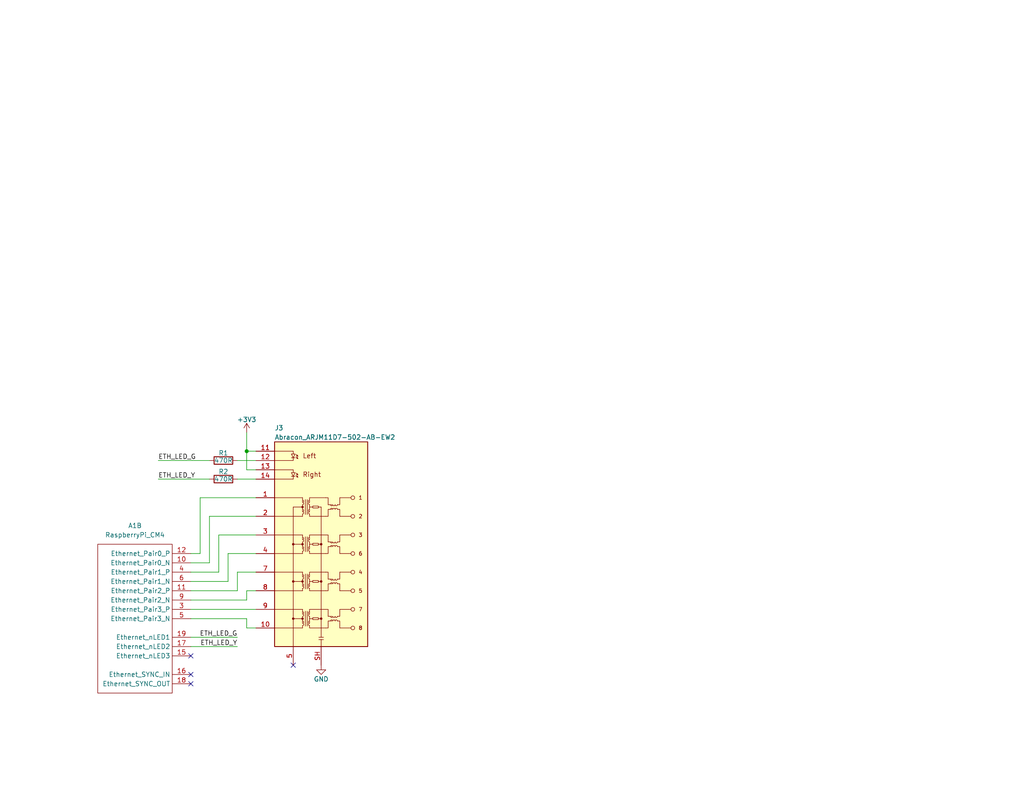
<source format=kicad_sch>
(kicad_sch (version 20211123) (generator eeschema)
  (paper "USLetter")
  (title_block (title "1240-Pi ROM Pack") (date "2022-05-21") (rev "1.0") (company "© 2022 Sam Hanes, licensed under CERN-OHL-S v2+") (comment 1 "https://github.com/Elemecca/1240pi"))
  (lib_symbols
    (symbol "0Local:Abracon_ARJM11D7-502-AB-EW2" (pin_names hide)
      (property "Reference" "J" (at 10.16 22.86 0))
      (property "Value" "Abracon_ARJM11D7-502-AB-EW2" (at 0 27.94 0))
      (symbol "Abracon_ARJM11D7-502-AB-EW2_0_0"
        (text "1" (at 10.16 10.16 0) (effects (font (size 1.016 1.016)) (justify left)))
        (text "2" (at 10.16 5.08 0) (effects (font (size 1.016 1.016)) (justify left)))
        (text "3" (at 10.16 0 0) (effects (font (size 1.016 1.016)) (justify left)))
        (text "4" (at 10.16 -10.16 0) (effects (font (size 1.016 1.016)) (justify left)))
        (text "5" (at 10.16 -15.24 0) (effects (font (size 1.016 1.016)) (justify left)))
        (text "6" (at 10.16 -5.08 0) (effects (font (size 1.016 1.016)) (justify left)))
        (text "7" (at 10.16 -20.32 0) (effects (font (size 1.016 1.016)) (justify left)))
        (text "8" (at 10.16 -25.4 0) (effects (font (size 1.016 1.016)) (justify left)))
        (text "Left" (at -5.08 21.59 0) (effects (font (size 1.27 1.27)) (justify left)))
        (text "Right" (at -5.08 16.51 0) (effects (font (size 1.27 1.27)) (justify left)))
      )
      (symbol "Abracon_ARJM11D7-502-AB-EW2_0_1"
        (rectangle (start -12.7 25.4) (end 12.7 -30.48) (stroke (width 0.254)) (fill (type background)))
        (circle (center -7.62 -22.86) (radius 0.254) (fill (type outline)))
        (circle (center -7.62 -12.7) (radius 0.254) (fill (type outline)))
        (circle (center -7.62 -2.54) (radius 0.254) (fill (type outline)))
        (circle (center -5.1054 -23.7998) (radius 0.0508) (fill (type outline)))
        (circle (center -5.1054 -21.2598) (radius 0.0508) (fill (type outline)))
        (circle (center -5.1054 -13.6398) (radius 0.0508) (fill (type outline)))
        (circle (center -5.1054 -11.0998) (radius 0.0508) (fill (type outline)))
        (circle (center -5.1054 -3.4798) (radius 0.0508) (fill (type outline)))
        (circle (center -5.1054 -0.9398) (radius 0.0508) (fill (type outline)))
        (circle (center -5.1054 6.6802) (radius 0.0508) (fill (type outline)))
        (circle (center -5.1054 9.2202) (radius 0.0508) (fill (type outline)))
        (arc (start -5.08 -24.765) (mid -4.7749 -24.4475) (end -5.08 -24.13))
        (arc (start -5.08 -24.13) (mid -4.7749 -23.8125) (end -5.08 -23.495))
        (circle (center -5.08 -22.86) (radius 0.254) (fill (type outline)))
        (arc (start -5.08 -22.225) (mid -4.7749 -21.9075) (end -5.08 -21.59))
        (arc (start -5.08 -21.59) (mid -4.7749 -21.2725) (end -5.08 -20.955))
        (arc (start -5.08 -14.605) (mid -4.7749 -14.2875) (end -5.08 -13.97))
        (arc (start -5.08 -13.97) (mid -4.7749 -13.6525) (end -5.08 -13.335))
        (circle (center -5.08 -12.7) (radius 0.254) (fill (type outline)))
        (arc (start -5.08 -12.065) (mid -4.7749 -11.7475) (end -5.08 -11.43))
        (arc (start -5.08 -11.43) (mid -4.7749 -11.1125) (end -5.08 -10.795))
        (arc (start -5.08 -4.445) (mid -4.7749 -4.1275) (end -5.08 -3.81))
        (arc (start -5.08 -3.81) (mid -4.7749 -3.4925) (end -5.08 -3.175))
        (circle (center -5.08 -2.54) (radius 0.254) (fill (type outline)))
        (arc (start -5.08 -1.905) (mid -4.7749 -1.5875) (end -5.08 -1.27))
        (arc (start -5.08 -1.27) (mid -4.7749 -0.9525) (end -5.08 -0.635))
        (arc (start -5.08 5.715) (mid -4.7749 6.0325) (end -5.08 6.35))
        (arc (start -5.08 6.35) (mid -4.7749 6.6675) (end -5.08 6.985))
        (circle (center -5.08 7.62) (radius 0.254) (fill (type outline)))
        (arc (start -5.08 8.255) (mid -4.7749 8.5725) (end -5.08 8.89))
        (arc (start -5.08 8.89) (mid -4.7749 9.2075) (end -5.08 9.525))
        (arc (start -3.175 -24.13) (mid -3.4801 -24.4475) (end -3.175 -24.765))
        (arc (start -3.175 -23.495) (mid -3.4801 -23.8125) (end -3.175 -24.13))
        (arc (start -3.175 -21.59) (mid -3.4801 -21.9075) (end -3.175 -22.225))
        (arc (start -3.175 -20.955) (mid -3.4801 -21.2725) (end -3.175 -21.59))
        (arc (start -3.175 -13.97) (mid -3.4801 -14.2875) (end -3.175 -14.605))
        (arc (start -3.175 -13.335) (mid -3.4801 -13.6525) (end -3.175 -13.97))
        (arc (start -3.175 -11.43) (mid -3.4801 -11.7475) (end -3.175 -12.065))
        (arc (start -3.175 -10.795) (mid -3.4801 -11.1125) (end -3.175 -11.43))
        (arc (start -3.175 -3.81) (mid -3.4801 -4.1275) (end -3.175 -4.445))
        (arc (start -3.175 -3.175) (mid -3.4801 -3.4925) (end -3.175 -3.81))
        (arc (start -3.175 -1.27) (mid -3.4801 -1.5875) (end -3.175 -1.905))
        (arc (start -3.175 -0.635) (mid -3.4801 -0.9525) (end -3.175 -1.27))
        (arc (start -3.175 6.35) (mid -3.4801 6.0325) (end -3.175 5.715))
        (arc (start -3.175 6.985) (mid -3.4801 6.6675) (end -3.175 6.35))
        (arc (start -3.175 8.89) (mid -3.4801 8.5725) (end -3.175 8.255))
        (arc (start -3.175 9.525) (mid -3.4801 9.2075) (end -3.175 8.89))
        (circle (center -3.1496 -23.7998) (radius 0.0508) (fill (type outline)))
        (circle (center -3.1496 -21.2598) (radius 0.0508) (fill (type outline)))
        (circle (center -3.1496 -13.6398) (radius 0.0508) (fill (type outline)))
        (circle (center -3.1496 -11.0998) (radius 0.0508) (fill (type outline)))
        (circle (center -3.1496 -3.4798) (radius 0.0508) (fill (type outline)))
        (circle (center -3.1496 -0.9398) (radius 0.0508) (fill (type outline)))
        (circle (center -3.1496 6.6802) (radius 0.0508) (fill (type outline)))
        (circle (center -3.1496 9.2202) (radius 0.0508) (fill (type outline)))
        (rectangle (start -2.286 -22.606) (end -0.762 -23.114))
        (rectangle (start -2.286 -12.446) (end -0.762 -12.954))
        (rectangle (start -2.286 -2.286) (end -0.762 -2.794))
        (rectangle (start -2.286 7.874) (end -0.762 7.366))
        (circle (center 0 -22.86) (radius 0.254) (fill (type outline)))
        (circle (center 0 -12.7) (radius 0.254) (fill (type outline)))
        (circle (center 0 -2.54) (radius 0.254) (fill (type outline)))
        (polyline (pts (xy -12.7 -25.4) (xy -5.08 -25.4)))
        (polyline (pts (xy -12.7 -20.32) (xy -5.08 -20.32)))
        (polyline (pts (xy -12.7 -15.24) (xy -5.08 -15.24)))
        (polyline (pts (xy -12.7 -10.16) (xy -5.08 -10.16)))
        (polyline (pts (xy -12.7 -5.08) (xy -5.08 -5.08)))
        (polyline (pts (xy -12.7 0) (xy -5.08 0)))
        (polyline (pts (xy -12.7 5.08) (xy -5.08 5.08)))
        (polyline (pts (xy -12.7 10.16) (xy -5.08 10.16)))
        (polyline (pts (xy -7.62 -22.86) (xy -5.08 -22.86)))
        (polyline (pts (xy -7.62 -12.7) (xy -5.08 -12.7)))
        (polyline (pts (xy -7.62 -2.54) (xy -5.08 -2.54)))
        (polyline (pts (xy -7.62 7.62) (xy -7.62 -30.48)))
        (polyline (pts (xy -7.62 7.62) (xy -5.08 7.62)))
        (polyline (pts (xy -5.08 -25.4) (xy -5.08 -24.765)))
        (polyline (pts (xy -5.08 -22.86) (xy -5.08 -23.495)))
        (polyline (pts (xy -5.08 -22.86) (xy -5.08 -22.225)))
        (polyline (pts (xy -5.08 -20.32) (xy -5.08 -20.955)))
        (polyline (pts (xy -5.08 -15.24) (xy -5.08 -14.605)))
        (polyline (pts (xy -5.08 -12.7) (xy -5.08 -13.335)))
        (polyline (pts (xy -5.08 -12.7) (xy -5.08 -12.065)))
        (polyline (pts (xy -5.08 -10.16) (xy -5.08 -10.795)))
        (polyline (pts (xy -5.08 -5.08) (xy -5.08 -4.445)))
        (polyline (pts (xy -5.08 -2.54) (xy -5.08 -3.175)))
        (polyline (pts (xy -5.08 -2.54) (xy -5.08 -1.905)))
        (polyline (pts (xy -5.08 0) (xy -5.08 -0.635)))
        (polyline (pts (xy -5.08 5.08) (xy -5.08 5.715)))
        (polyline (pts (xy -5.08 7.62) (xy -5.08 6.985)))
        (polyline (pts (xy -5.08 7.62) (xy -5.08 8.255)))
        (polyline (pts (xy -5.08 10.16) (xy -5.08 9.525)))
        (polyline (pts (xy -4.318 -24.892) (xy -4.318 -20.828)))
        (polyline (pts (xy -4.318 -14.732) (xy -4.318 -10.668)))
        (polyline (pts (xy -4.318 -4.572) (xy -4.318 -0.508)))
        (polyline (pts (xy -4.318 5.588) (xy -4.318 9.652)))
        (polyline (pts (xy -3.81 -24.892) (xy -3.81 -20.828)))
        (polyline (pts (xy -3.81 -14.732) (xy -3.81 -10.668)))
        (polyline (pts (xy -3.81 -4.572) (xy -3.81 -0.508)))
        (polyline (pts (xy -3.81 5.588) (xy -3.81 9.652)))
        (polyline (pts (xy -3.175 -23.495) (xy -3.175 -22.225)))
        (polyline (pts (xy -3.175 -22.86) (xy -2.286 -22.86)))
        (polyline (pts (xy -3.175 -13.335) (xy -3.175 -12.065)))
        (polyline (pts (xy -3.175 -12.7) (xy -2.286 -12.7)))
        (polyline (pts (xy -3.175 -3.175) (xy -3.175 -1.905)))
        (polyline (pts (xy -3.175 -2.54) (xy -2.286 -2.54)))
        (polyline (pts (xy -3.175 6.985) (xy -3.175 8.255)))
        (polyline (pts (xy -3.175 7.62) (xy -2.286 7.62)))
        (polyline (pts (xy -0.762 -22.86) (xy 0 -22.86)))
        (polyline (pts (xy -0.762 -12.7) (xy 0 -12.7)))
        (polyline (pts (xy -0.762 -2.54) (xy 0 -2.54)))
        (polyline (pts (xy -0.762 7.62) (xy 0 7.62)))
        (polyline (pts (xy -0.635 -27.94) (xy 0.635 -27.94)))
        (polyline (pts (xy 0 -30.48) (xy 0 -28.575)))
        (polyline (pts (xy 0 -28.575) (xy -0.635 -28.575)))
        (polyline (pts (xy 0 -28.575) (xy 0.635 -28.575)))
        (polyline (pts (xy 0 -27.94) (xy 0 7.62)))
        (polyline (pts (xy 1.905 -22.225) (xy 2.54 -22.225)))
        (polyline (pts (xy 1.905 -12.065) (xy 2.54 -12.065)))
        (polyline (pts (xy 1.905 -1.905) (xy 2.54 -1.905)))
        (polyline (pts (xy 1.905 8.255) (xy 2.54 8.255)))
        (polyline (pts (xy 5.08 -25.4) (xy 8.128 -25.4)))
        (polyline (pts (xy 5.08 -20.32) (xy 8.128 -20.32)))
        (polyline (pts (xy 5.08 -15.24) (xy 8.128 -15.24)))
        (polyline (pts (xy 5.08 -10.16) (xy 8.128 -10.16)))
        (polyline (pts (xy 5.08 -5.08) (xy 8.128 -5.08)))
        (polyline (pts (xy 5.08 0) (xy 8.128 0)))
        (polyline (pts (xy 5.08 5.08) (xy 8.128 5.08)))
        (polyline (pts (xy 5.08 10.16) (xy 8.128 10.16)))
        (polyline (pts (xy -3.175 -24.765) (xy -3.175 -25.4) (xy 1.27 -25.4)))
        (polyline (pts (xy -3.175 -20.955) (xy -3.175 -20.32) (xy 1.27 -20.32)))
        (polyline (pts (xy -3.175 -14.605) (xy -3.175 -15.24) (xy 1.27 -15.24)))
        (polyline (pts (xy -3.175 -10.795) (xy -3.175 -10.16) (xy 1.27 -10.16)))
        (polyline (pts (xy -3.175 -4.445) (xy -3.175 -5.08) (xy 1.27 -5.08)))
        (polyline (pts (xy -3.175 -0.635) (xy -3.175 0) (xy 1.27 0)))
        (polyline (pts (xy -3.175 5.715) (xy -3.175 5.08) (xy 1.27 5.08)))
        (polyline (pts (xy -3.175 9.525) (xy -3.175 10.16) (xy 1.27 10.16)))
        (polyline (pts (xy 1.27 -20.32) (xy 1.905 -20.32) (xy 1.905 -22.225)))
        (polyline (pts (xy 1.27 -10.16) (xy 1.905 -10.16) (xy 1.905 -12.065)))
        (polyline (pts (xy 1.27 0) (xy 1.905 0) (xy 1.905 -1.905)))
        (polyline (pts (xy 1.27 10.16) (xy 1.905 10.16) (xy 1.905 8.255)))
        (polyline (pts (xy 4.445 -23.495) (xy 5.08 -23.495) (xy 5.08 -25.4)))
        (polyline (pts (xy 4.445 -22.225) (xy 5.08 -22.225) (xy 5.08 -20.32)))
        (polyline (pts (xy 4.445 -13.335) (xy 5.08 -13.335) (xy 5.08 -15.24)))
        (polyline (pts (xy 4.445 -12.065) (xy 5.08 -12.065) (xy 5.08 -10.16)))
        (polyline (pts (xy 4.445 -3.175) (xy 5.08 -3.175) (xy 5.08 -5.08)))
        (polyline (pts (xy 4.445 -1.905) (xy 5.08 -1.905) (xy 5.08 0)))
        (polyline (pts (xy 4.445 6.985) (xy 5.08 6.985) (xy 5.08 5.08)))
        (polyline (pts (xy 4.445 8.255) (xy 5.08 8.255) (xy 5.08 10.16)))
        (polyline (pts (xy 1.27 -25.4) (xy 1.905 -25.4) (xy 1.905 -23.495) (xy 2.54 -23.495)))
        (polyline (pts (xy 1.27 -15.24) (xy 1.905 -15.24) (xy 1.905 -13.335) (xy 2.54 -13.335)))
        (polyline (pts (xy 1.27 -5.08) (xy 1.905 -5.08) (xy 1.905 -3.175) (xy 2.54 -3.175)))
        (polyline (pts (xy 1.27 5.08) (xy 1.905 5.08) (xy 1.905 6.985) (xy 2.54 6.985)))
        (arc (start 2.54 -22.225) (mid 2.8575 -22.5301) (end 3.175 -22.225))
        (arc (start 2.54 -12.065) (mid 2.8575 -12.3701) (end 3.175 -12.065))
        (arc (start 2.54 -1.905) (mid 2.8575 -2.2101) (end 3.175 -1.905))
        (arc (start 2.54 8.255) (mid 2.8575 7.9499) (end 3.175 8.255))
        (circle (center 2.8448 -23.495) (radius 0.0508) (fill (type outline)))
        (circle (center 2.8448 -22.225) (radius 0.0508) (fill (type outline)))
        (circle (center 2.8448 -13.335) (radius 0.0508) (fill (type outline)))
        (circle (center 2.8448 -12.065) (radius 0.0508) (fill (type outline)))
        (circle (center 2.8448 -3.175) (radius 0.0508) (fill (type outline)))
        (circle (center 2.8448 -1.905) (radius 0.0508) (fill (type outline)))
        (circle (center 2.8448 6.985) (radius 0.0508) (fill (type outline)))
        (circle (center 2.8448 8.255) (radius 0.0508) (fill (type outline)))
        (arc (start 3.175 -23.495) (mid 2.8575 -23.1899) (end 2.54 -23.495))
        (arc (start 3.175 -22.225) (mid 3.4925 -22.5301) (end 3.81 -22.225))
        (arc (start 3.175 -13.335) (mid 2.8575 -13.0299) (end 2.54 -13.335))
        (arc (start 3.175 -12.065) (mid 3.4925 -12.3701) (end 3.81 -12.065))
        (arc (start 3.175 -3.175) (mid 2.8575 -2.8699) (end 2.54 -3.175))
        (arc (start 3.175 -1.905) (mid 3.4925 -2.2101) (end 3.81 -1.905))
        (arc (start 3.175 6.985) (mid 2.8575 7.2901) (end 2.54 6.985))
        (arc (start 3.175 8.255) (mid 3.4925 7.9499) (end 3.81 8.255))
        (arc (start 3.81 -23.495) (mid 3.4925 -23.1899) (end 3.175 -23.495))
        (arc (start 3.81 -22.225) (mid 4.1275 -22.5301) (end 4.445 -22.225))
        (arc (start 3.81 -13.335) (mid 3.4925 -13.0299) (end 3.175 -13.335))
        (arc (start 3.81 -12.065) (mid 4.1275 -12.3701) (end 4.445 -12.065))
        (arc (start 3.81 -3.175) (mid 3.4925 -2.8699) (end 3.175 -3.175))
        (arc (start 3.81 -1.905) (mid 4.1275 -2.2101) (end 4.445 -1.905))
        (arc (start 3.81 6.985) (mid 3.4925 7.2901) (end 3.175 6.985))
        (arc (start 3.81 8.255) (mid 4.1275 7.9499) (end 4.445 8.255))
        (arc (start 4.445 -23.495) (mid 4.1275 -23.1899) (end 3.81 -23.495))
        (arc (start 4.445 -13.335) (mid 4.1275 -13.0299) (end 3.81 -13.335))
        (arc (start 4.445 -3.175) (mid 4.1275 -2.8699) (end 3.81 -3.175))
        (arc (start 4.445 6.985) (mid 4.1275 7.2901) (end 3.81 6.985))
        (circle (center 8.636 -25.4) (radius 0.508))
        (circle (center 8.636 -20.32) (radius 0.508))
        (circle (center 8.636 -15.24) (radius 0.508))
        (circle (center 8.636 -10.16) (radius 0.508))
        (circle (center 8.636 -5.08) (radius 0.508))
        (circle (center 8.636 0) (radius 0.508))
        (circle (center 8.636 5.08) (radius 0.508))
        (circle (center 8.636 10.16) (radius 0.508))
      )
      (symbol "Abracon_ARJM11D7-502-AB-EW2_1_1"
        (polyline (pts (xy -12.7 15.24) (xy -7.62 15.24)))
        (polyline (pts (xy -12.7 17.78) (xy -7.62 17.78)))
        (polyline (pts (xy -12.7 20.32) (xy -7.62 20.32)))
        (polyline (pts (xy -12.7 22.86) (xy -7.62 22.86)))
        (polyline (pts (xy -8.128 16.002) (xy -7.112 16.002)))
        (polyline (pts (xy -8.128 21.082) (xy -7.112 21.082)))
        (polyline (pts (xy -7.62 15.24) (xy -7.62 16.002)))
        (polyline (pts (xy -7.62 17.78) (xy -7.62 17.018)))
        (polyline (pts (xy -7.62 20.32) (xy -7.62 21.082)))
        (polyline (pts (xy -7.62 22.86) (xy -7.62 22.098)))
        (polyline (pts (xy -6.35 15.748) (xy -6.477 16.129)))
        (polyline (pts (xy -6.35 16.383) (xy -6.477 16.764)))
        (polyline (pts (xy -6.35 20.828) (xy -6.477 21.209)))
        (polyline (pts (xy -6.35 21.463) (xy -6.477 21.844)))
        (polyline (pts (xy -6.858 16.256) (xy -6.35 15.748) (xy -6.731 15.875)))
        (polyline (pts (xy -6.858 16.891) (xy -6.35 16.383) (xy -6.731 16.51)))
        (polyline (pts (xy -6.858 21.336) (xy -6.35 20.828) (xy -6.731 20.955)))
        (polyline (pts (xy -6.858 21.971) (xy -6.35 21.463) (xy -6.731 21.59)))
        (polyline (pts (xy -7.62 16.002) (xy -8.128 17.018) (xy -7.112 17.018) (xy -7.62 16.002)))
        (polyline (pts (xy -7.62 21.082) (xy -8.128 22.098) (xy -7.112 22.098) (xy -7.62 21.082)))
        (pin passive line (at -17.78 10.16 0) (length 5.08) (name "TD2+") (number "1"))
        (pin passive line (at -17.78 -25.4 0) (length 5.08) (name "TD4-") (number "10"))
        (pin passive line (at -17.78 22.86 0) (length 5.08) (name "LED1+") (number "11"))
        (pin passive line (at -17.78 20.32 0) (length 5.08) (name "LED1-") (number "12"))
        (pin passive line (at -17.78 17.78 0) (length 5.08) (name "LED2+") (number "13"))
        (pin passive line (at -17.78 15.24 0) (length 5.08) (name "LED2-") (number "14"))
        (pin passive line (at -17.78 5.08 0) (length 5.08) (name "TD2-") (number "2"))
        (pin passive line (at -17.78 0 0) (length 5.08) (name "TD2+") (number "3"))
        (pin passive line (at -17.78 -5.08 0) (length 5.08) (name "TD2-") (number "4"))
        (pin passive line (at -7.62 -35.56 90) (length 5.08) (name "CT") (number "5"))
        (pin passive line (at -7.62 -35.56 90) (length 5.08) hide (name "CT") (number "6"))
        (pin passive line (at -17.78 -10.16 0) (length 5.08) (name "TD3+") (number "7"))
        (pin passive line (at -17.78 -15.24 0) (length 5.08) (name "TD3-") (number "8"))
        (pin passive line (at -17.78 -20.32 0) (length 5.08) (name "TD4+") (number "9"))
        (pin passive line (at 0 -35.56 90) (length 5.08) (name "SH") (number "SH"))
      )
    )
    (symbol "0Local:RaspberryPi_CM4"
      (symbol "RaspberryPi_CM4_1_1"
        (rectangle (start -24.13 -12.7) (end 1.27 -38.1))
        (pin power_in line (at -29.21 -35.56 0) (length 5.08) (name "GND") (number "1"))
        (pin output line (at 6.35 -27.94 180) (length 5.08) (name "nEXTRST") (number "100"))
        (pin power_in line (at -29.21 -35.56 0) (length 5.08) hide (name "GND") (number "107"))
        (pin power_in line (at -29.21 -35.56 0) (length 5.08) hide (name "GND") (number "108"))
        (pin power_in line (at -29.21 -35.56 0) (length 5.08) hide (name "GND") (number "113"))
        (pin power_in line (at -29.21 -35.56 0) (length 5.08) hide (name "GND") (number "114"))
        (pin power_in line (at -29.21 -35.56 0) (length 5.08) hide (name "GND") (number "119"))
        (pin power_in line (at -29.21 -35.56 0) (length 5.08) hide (name "GND") (number "120"))
        (pin power_in line (at -29.21 -35.56 0) (length 5.08) hide (name "GND") (number "125"))
        (pin power_in line (at -29.21 -35.56 0) (length 5.08) hide (name "GND") (number "126"))
        (pin power_in line (at -29.21 -35.56 0) (length 5.08) hide (name "GND") (number "13"))
        (pin power_in line (at -29.21 -35.56 0) (length 5.08) hide (name "GND") (number "131"))
        (pin power_in line (at -29.21 -35.56 0) (length 5.08) hide (name "GND") (number "132"))
        (pin power_in line (at -29.21 -35.56 0) (length 5.08) hide (name "GND") (number "137"))
        (pin power_in line (at -29.21 -35.56 0) (length 5.08) hide (name "GND") (number "138"))
        (pin power_in line (at -29.21 -35.56 0) (length 5.08) hide (name "GND") (number "14"))
        (pin power_in line (at -29.21 -35.56 0) (length 5.08) hide (name "GND") (number "144"))
        (pin power_in line (at -29.21 -35.56 0) (length 5.08) hide (name "GND") (number "150"))
        (pin power_in line (at -29.21 -35.56 0) (length 5.08) hide (name "GND") (number "155"))
        (pin power_in line (at -29.21 -35.56 0) (length 5.08) hide (name "GND") (number "156"))
        (pin power_in line (at -29.21 -35.56 0) (length 5.08) hide (name "GND") (number "161"))
        (pin power_in line (at -29.21 -35.56 0) (length 5.08) hide (name "GND") (number "162"))
        (pin power_in line (at -29.21 -35.56 0) (length 5.08) hide (name "GND") (number "167"))
        (pin power_in line (at -29.21 -35.56 0) (length 5.08) hide (name "GND") (number "168"))
        (pin power_in line (at -29.21 -35.56 0) (length 5.08) hide (name "GND") (number "173"))
        (pin power_in line (at -29.21 -35.56 0) (length 5.08) hide (name "GND") (number "174"))
        (pin power_in line (at -29.21 -35.56 0) (length 5.08) hide (name "GND") (number "179"))
        (pin power_in line (at -29.21 -35.56 0) (length 5.08) hide (name "GND") (number "180"))
        (pin power_in line (at -29.21 -35.56 0) (length 5.08) hide (name "GND") (number "185"))
        (pin power_in line (at -29.21 -35.56 0) (length 5.08) hide (name "GND") (number "186"))
        (pin power_in line (at -29.21 -35.56 0) (length 5.08) hide (name "GND") (number "191"))
        (pin power_in line (at -29.21 -35.56 0) (length 5.08) hide (name "GND") (number "192"))
        (pin power_in line (at -29.21 -35.56 0) (length 5.08) hide (name "GND") (number "197"))
        (pin power_in line (at -29.21 -35.56 0) (length 5.08) hide (name "GND") (number "198"))
        (pin power_in line (at -29.21 -35.56 0) (length 5.08) hide (name "GND") (number "2"))
        (pin input line (at -29.21 -30.48 0) (length 5.08) (name "EEPROM_nWP") (number "20"))
        (pin output line (at 6.35 -35.56 180) (length 5.08) (name "Pi_nLED_Activity") (number "21"))
        (pin power_in line (at -29.21 -35.56 0) (length 5.08) hide (name "GND") (number "22"))
        (pin power_in line (at -29.21 -35.56 0) (length 5.08) hide (name "GND") (number "23"))
        (pin power_in line (at -29.21 -35.56 0) (length 5.08) hide (name "GND") (number "32"))
        (pin power_in line (at -29.21 -35.56 0) (length 5.08) hide (name "GND") (number "33"))
        (pin power_in line (at -29.21 -35.56 0) (length 5.08) hide (name "GND") (number "42"))
        (pin power_in line (at -29.21 -35.56 0) (length 5.08) hide (name "GND") (number "43"))
        (pin power_in line (at -29.21 -35.56 0) (length 5.08) hide (name "GND") (number "52"))
        (pin power_in line (at -29.21 -35.56 0) (length 5.08) hide (name "GND") (number "53"))
        (pin power_in line (at -29.21 -35.56 0) (length 5.08) hide (name "GND") (number "59"))
        (pin power_in line (at -29.21 -35.56 0) (length 5.08) hide (name "GND") (number "60"))
        (pin power_in line (at -29.21 -35.56 0) (length 5.08) hide (name "GND") (number "65"))
        (pin power_in line (at -29.21 -35.56 0) (length 5.08) hide (name "GND") (number "66"))
        (pin power_in line (at -29.21 -35.56 0) (length 5.08) hide (name "GND") (number "7"))
        (pin power_in line (at -29.21 -35.56 0) (length 5.08) hide (name "GND") (number "71"))
        (pin power_in line (at -29.21 -35.56 0) (length 5.08) hide (name "GND") (number "74"))
        (pin power_in line (at -29.21 -15.24 0) (length 5.08) (name "+5V") (number "77"))
        (pin power_in line (at -29.21 -15.24 0) (length 5.08) hide (name "+5V") (number "79"))
        (pin power_in line (at -29.21 -35.56 0) (length 5.08) hide (name "GND") (number "8"))
        (pin power_in line (at -29.21 -15.24 0) (length 5.08) hide (name "+5V") (number "81"))
        (pin power_in line (at -29.21 -15.24 0) (length 5.08) hide (name "+5V") (number "83"))
        (pin power_out line (at 6.35 -15.24 180) (length 5.08) (name "+3V3") (number "84"))
        (pin power_in line (at -29.21 -15.24 0) (length 5.08) hide (name "+5V") (number "85"))
        (pin power_out line (at 6.35 -15.24 180) (length 5.08) hide (name "+3V3") (number "86"))
        (pin power_in line (at -29.21 -15.24 0) (length 5.08) hide (name "+5V") (number "87"))
        (pin power_out line (at 6.35 -17.78 180) (length 5.08) (name "+1V8") (number "88"))
        (pin input line (at -29.21 -25.4 0) (length 5.08) (name "WL_nDisable") (number "89"))
        (pin power_out line (at 6.35 -17.78 180) (length 5.08) hide (name "+1V8") (number "90"))
        (pin input line (at -29.21 -27.94 0) (length 5.08) (name "BT_nDisable") (number "91"))
        (pin bidirectional line (at 6.35 -22.86 180) (length 5.08) (name "RUN_PG") (number "92"))
        (pin input line (at -29.21 -22.86 0) (length 5.08) (name "nRPIBOOT") (number "93"))
        (pin output line (at 6.35 -33.02 180) (length 5.08) (name "PI_LED_nPWR") (number "95"))
        (pin power_in line (at -29.21 -35.56 0) (length 5.08) hide (name "GND") (number "98"))
        (pin input line (at -29.21 -20.32 0) (length 5.08) (name "GLOBAL_EN") (number "99"))
      )
      (symbol "RaspberryPi_CM4_2_1"
        (rectangle (start -11.43 0) (end 8.89 -40.64))
        (pin bidirectional line (at 13.97 -5.08 180) (length 5.08) (name "Ethernet_Pair0_N") (number "10"))
        (pin bidirectional line (at 13.97 -12.7 180) (length 5.08) (name "Ethernet_Pair2_P") (number "11"))
        (pin bidirectional line (at 13.97 -2.54 180) (length 5.08) (name "Ethernet_Pair0_P") (number "12"))
        (pin output line (at 13.97 -30.48 180) (length 5.08) (name "Ethernet_nLED3") (number "15"))
        (pin input line (at 13.97 -35.56 180) (length 5.08) (name "Ethernet_SYNC_IN") (number "16"))
        (pin output line (at 13.97 -27.94 180) (length 5.08) (name "Ethernet_nLED2") (number "17"))
        (pin output line (at 13.97 -38.1 180) (length 5.08) (name "Ethernet_SYNC_OUT") (number "18"))
        (pin output line (at 13.97 -25.4 180) (length 5.08) (name "Ethernet_nLED1") (number "19"))
        (pin bidirectional line (at 13.97 -17.78 180) (length 5.08) (name "Ethernet_Pair3_P") (number "3"))
        (pin bidirectional line (at 13.97 -7.62 180) (length 5.08) (name "Ethernet_Pair1_P") (number "4"))
        (pin bidirectional line (at 13.97 -20.32 180) (length 5.08) (name "Ethernet_Pair3_N") (number "5"))
        (pin bidirectional line (at 13.97 -10.16 180) (length 5.08) (name "Ethernet_Pair1_N") (number "6"))
        (pin bidirectional line (at 13.97 -15.24 180) (length 5.08) (name "Ethernet_Pair2_N") (number "9"))
      )
      (symbol "RaspberryPi_CM4_3_1"
        (rectangle (start 0 5.08) (end 13.97 -71.12))
        (pin tri_state line (at 19.05 -66.04 180) (length 5.08) (name "GPIO26") (number "24"))
        (pin tri_state line (at 19.05 -53.34 180) (length 5.08) (name "GPIO21") (number "25"))
        (pin tri_state line (at 19.05 -48.26 180) (length 5.08) (name "GPIO19") (number "26"))
        (pin tri_state line (at 19.05 -50.8 180) (length 5.08) (name "GPIO20") (number "27"))
        (pin tri_state line (at 19.05 -33.02 180) (length 5.08) (name "GPIO13") (number "28"))
        (pin tri_state line (at 19.05 -40.64 180) (length 5.08) (name "GPIO16") (number "29"))
        (pin tri_state line (at 19.05 -15.24 180) (length 5.08) (name "GPIO6") (number "30"))
        (pin tri_state line (at 19.05 -30.48 180) (length 5.08) (name "GPIO12") (number "31"))
        (pin tri_state line (at 19.05 -12.7 180) (length 5.08) (name "GPIO5") (number "34"))
        (pin tri_state line (at 19.05 -2.54 180) (length 5.08) (name "GPIO1/ID_SC") (number "35"))
        (pin tri_state line (at 19.05 0 180) (length 5.08) (name "GPIO0/ID_SD") (number "36"))
        (pin tri_state line (at 19.05 -17.78 180) (length 5.08) (name "GPIO7") (number "37"))
        (pin tri_state line (at 19.05 -27.94 180) (length 5.08) (name "GPIO11") (number "38"))
        (pin tri_state line (at 19.05 -20.32 180) (length 5.08) (name "GPIO8") (number "39"))
        (pin tri_state line (at 19.05 -22.86 180) (length 5.08) (name "GPIO9") (number "40"))
        (pin tri_state line (at 19.05 -63.5 180) (length 5.08) (name "GPIO25") (number "41"))
        (pin tri_state line (at 19.05 -25.4 180) (length 5.08) (name "GPIO10") (number "44"))
        (pin tri_state line (at 19.05 -60.96 180) (length 5.08) (name "GPIO24") (number "45"))
        (pin tri_state line (at 19.05 -55.88 180) (length 5.08) (name "GPIO22") (number "46"))
        (pin tri_state line (at 19.05 -58.42 180) (length 5.08) (name "GPIO23") (number "47"))
        (pin tri_state line (at 19.05 -68.58 180) (length 5.08) (name "GPIO27") (number "48"))
        (pin tri_state line (at 19.05 -45.72 180) (length 5.08) (name "GPIO18") (number "49"))
        (pin tri_state line (at 19.05 -43.18 180) (length 5.08) (name "GPIO17") (number "50"))
        (pin tri_state line (at 19.05 -38.1 180) (length 5.08) (name "GPIO15") (number "51"))
        (pin tri_state line (at 19.05 -10.16 180) (length 5.08) (name "GPIO4") (number "54"))
        (pin tri_state line (at 19.05 -35.56 180) (length 5.08) (name "GPIO14") (number "55"))
        (pin tri_state line (at 19.05 -7.62 180) (length 5.08) (name "GPIO3") (number "56"))
        (pin tri_state line (at 19.05 -5.08 180) (length 5.08) (name "GPIO2") (number "58"))
        (pin power_in line (at -5.08 2.54 0) (length 5.08) (name "GPIO_VREF") (number "78"))
      )
      (symbol "RaspberryPi_CM4_4_1"
        (rectangle (start 0 2.54) (end 16.51 -35.56))
        (pin output line (at 21.59 0 180) (length 5.08) (name "SD_CLK") (number "57"))
        (pin bidirectional line (at 21.59 -15.24 180) (length 5.08) (name "SD_DAT3") (number "61"))
        (pin output line (at 21.59 -5.08 180) (length 5.08) (name "SD_CMD") (number "62"))
        (pin bidirectional line (at 21.59 -7.62 180) (length 5.08) (name "SD_DAT0") (number "63"))
        (pin bidirectional line (at 21.59 -20.32 180) (length 5.08) (name "SD_DAT5") (number "64"))
        (pin bidirectional line (at 21.59 -10.16 180) (length 5.08) (name "SD_DAT1") (number "67"))
        (pin bidirectional line (at 21.59 -17.78 180) (length 5.08) (name "SD_DAT4") (number "68"))
        (pin bidirectional line (at 21.59 -12.7 180) (length 5.08) (name "SD_DAT2") (number "69"))
        (pin bidirectional line (at 21.59 -25.4 180) (length 5.08) (name "SD_DAT7") (number "70"))
        (pin bidirectional line (at 21.59 -22.86 180) (length 5.08) (name "SD_DAT6") (number "72"))
        (pin input line (at -5.08 -33.02 0) (length 5.08) (name "SD_VDD_Override") (number "73"))
        (pin output line (at 21.59 -30.48 180) (length 5.08) (name "SD_PWR_ON") (number "75"))
      )
      (symbol "RaspberryPi_CM4_5_1"
        (rectangle (start -12.7 2.54) (end 0 -17.78))
        (pin input line (at -17.78 -7.62 0) (length 5.08) (name "USB_OTG_ID") (number "101"))
        (pin bidirectional line (at -17.78 0 0) (length 5.08) (name "USB_N") (number "103"))
        (pin bidirectional line (at -17.78 -2.54 0) (length 5.08) (name "USB_P") (number "105"))
        (pin input line (at -17.78 -15.24 0) (length 5.08) (name "AnalogIP1") (number "94"))
        (pin input line (at -17.78 -12.7 0) (length 5.08) (name "AnalogIP0") (number "96"))
      )
      (symbol "RaspberryPi_CM4_6_1"
        (rectangle (start 15.24 2.54) (end -15.24 -17.78))
        (pin input line (at -20.32 0 0) (length 5.08) (name "PCIe_CLK_nREQ") (number "102"))
        (pin output line (at 20.32 0 180) (length 5.08) (name "PCIe_nRST") (number "109"))
        (pin output line (at 20.32 -5.08 180) (length 5.08) (name "PCIe_CLK_P") (number "110"))
        (pin output line (at 20.32 -7.62 180) (length 5.08) (name "PCIe_CLK_N") (number "112"))
        (pin input line (at -20.32 -12.7 0) (length 5.08) (name "PCIe_RX_P") (number "116"))
        (pin input line (at -20.32 -15.24 0) (length 5.08) (name "PCIe_RX_N") (number "118"))
        (pin output line (at 20.32 -12.7 180) (length 5.08) (name "PCIe_TX_P") (number "122"))
        (pin output line (at 20.32 -15.24 180) (length 5.08) (name "PCIe_TX_N") (number "124"))
      )
      (symbol "RaspberryPi_CM4_7_1"
        (rectangle (start -15.24 2.54) (end 15.24 -55.88))
        (pin no_connect line (at -20.32 -53.34 0) (length 5.08) hide (name "Reserved") (number "104"))
        (pin no_connect line (at -20.32 -53.34 0) (length 5.08) hide (name "Reserved") (number "106"))
        (pin output line (at 20.32 -45.72 180) (length 5.08) (name "VDAC_COMP") (number "111"))
        (pin input line (at -20.32 -25.4 0) (length 5.08) (name "CAM1_D0_N") (number "115"))
        (pin input line (at -20.32 -22.86 0) (length 5.08) (name "CAM1_D0_P") (number "117"))
        (pin input line (at -20.32 -30.48 0) (length 5.08) (name "CAM1_D1_N") (number "121"))
        (pin input line (at -20.32 -27.94 0) (length 5.08) (name "CAM1_D1_P") (number "123"))
        (pin output line (at -20.32 -20.32 0) (length 5.08) (name "CAM1_C_N") (number "127"))
        (pin input line (at -20.32 -7.62 0) (length 5.08) (name "CAM0_D0_N") (number "128"))
        (pin output line (at -20.32 -17.78 0) (length 5.08) (name "CAM1_C_P") (number "129"))
        (pin input line (at -20.32 -5.08 0) (length 5.08) (name "CAM0_D0_P") (number "130"))
        (pin input line (at -20.32 -35.56 0) (length 5.08) (name "CAM1_D2_N") (number "133"))
        (pin input line (at -20.32 -12.7 0) (length 5.08) (name "CAM0_D1_N") (number "134"))
        (pin input line (at -20.32 -33.02 0) (length 5.08) (name "CAM1_D2_P") (number "135"))
        (pin input line (at -20.32 -10.16 0) (length 5.08) (name "CAM0_D1_P") (number "136"))
        (pin input line (at -20.32 -40.64 0) (length 5.08) (name "CAM1_D3_N") (number "139"))
        (pin output line (at -20.32 -2.54 0) (length 5.08) (name "CAM0_C_N") (number "140"))
        (pin input line (at -20.32 -38.1 0) (length 5.08) (name "CAM1_D3_P") (number "141"))
        (pin output line (at -20.32 0 0) (length 5.08) (name "CAM0_C_P") (number "142"))
        (pin output line (at 20.32 -7.62 180) (length 5.08) (name "DSI0_D0_N") (number "157"))
        (pin output line (at 20.32 -5.08 180) (length 5.08) (name "DSI0_D0_P") (number "159"))
        (pin output line (at 20.32 -12.7 180) (length 5.08) (name "DSI0_D1_N") (number "163"))
        (pin output line (at 20.32 -10.16 180) (length 5.08) (name "DSI0_D1_P") (number "165"))
        (pin output line (at 20.32 -2.54 180) (length 5.08) (name "DSI0_C_N") (number "169"))
        (pin output line (at 20.32 0 180) (length 5.08) (name "DSI0_C_P") (number "171"))
        (pin output line (at 20.32 -25.4 180) (length 5.08) (name "DSI1_D0_N") (number "175"))
        (pin output line (at 20.32 -22.86 180) (length 5.08) (name "DSI1_D0_P") (number "177"))
        (pin output line (at 20.32 -30.48 180) (length 5.08) (name "DSI1_D1_N") (number "181"))
        (pin output line (at 20.32 -27.94 180) (length 5.08) (name "DSI1_D1_P") (number "183"))
        (pin output line (at 20.32 -20.32 180) (length 5.08) (name "DSI1_C_N") (number "187"))
        (pin output line (at 20.32 -17.78 180) (length 5.08) (name "DSI1_C_P") (number "189"))
        (pin output line (at 20.32 -35.56 180) (length 5.08) (name "DSI1_D2_N") (number "193"))
        (pin output line (at 20.32 -40.64 180) (length 5.08) (name "DSI1_D3_N") (number "194"))
        (pin output line (at 20.32 -33.02 180) (length 5.08) (name "DSI1_D2_P") (number "195"))
        (pin output line (at 20.32 -38.1 180) (length 5.08) (name "DSI1_D3_P") (number "196"))
        (pin no_connect line (at -20.32 -53.34 0) (length 5.08) (name "Reserved") (number "76"))
        (pin output line (at 20.32 -50.8 180) (length 5.08) (name "SCL0") (number "80"))
        (pin bidirectional line (at 20.32 -53.34 180) (length 5.08) (name "SDA0") (number "82"))
        (pin output line (at -20.32 -45.72 0) (length 5.08) (name "Camera_GPIO") (number "97"))
      )
      (symbol "RaspberryPi_CM4_8_1"
        (rectangle (start 0 2.54) (end 16.51 -63.5))
        (pin input line (at 21.59 -33.02 180) (length 5.08) (name "HDMI1_HOTPLUG") (number "143"))
        (pin output line (at 21.59 -58.42 180) (length 5.08) (name "HDMI1_SDA") (number "145"))
        (pin output line (at 21.59 -53.34 180) (length 5.08) (name "HDMI1_TX2_P") (number "146"))
        (pin output line (at 21.59 -60.96 180) (length 5.08) (name "HDMI1_SCL") (number "147"))
        (pin output line (at 21.59 -55.88 180) (length 5.08) (name "HDMI1_TX2_N") (number "148"))
        (pin input line (at 21.59 -35.56 180) (length 5.08) (name "HDMI1_CEC") (number "149"))
        (pin input line (at 21.59 -2.54 180) (length 5.08) (name "HDMI0_CEC") (number "151"))
        (pin output line (at 21.59 -48.26 180) (length 5.08) (name "HDMI1_TX1_P") (number "152"))
        (pin input line (at 21.59 0 180) (length 5.08) (name "HDMI0_HOTPLUG") (number "153"))
        (pin output line (at 21.59 -50.8 180) (length 5.08) (name "HDMI1_TX1_N") (number "154"))
        (pin output line (at 21.59 -43.18 180) (length 5.08) (name "HDMI1_TX0_P") (number "158"))
        (pin output line (at 21.59 -45.72 180) (length 5.08) (name "HDMI1_TX0_N") (number "160"))
        (pin output line (at 21.59 -38.1 180) (length 5.08) (name "HDMI1_CLK_P") (number "164"))
        (pin output line (at 21.59 -40.64 180) (length 5.08) (name "HDMI1_CLK_N") (number "166"))
        (pin output line (at 21.59 -20.32 180) (length 5.08) (name "HDMI0_TX2_P") (number "170"))
        (pin output line (at 21.59 -22.86 180) (length 5.08) (name "HDMI0_TX2_N") (number "172"))
        (pin output line (at 21.59 -15.24 180) (length 5.08) (name "HDMI0_TX1_P") (number "176"))
        (pin output line (at 21.59 -17.78 180) (length 5.08) (name "HDMI0_TX1_N") (number "178"))
        (pin output line (at 21.59 -10.16 180) (length 5.08) (name "HDMI0_TX0_P") (number "182"))
        (pin output line (at 21.59 -12.7 180) (length 5.08) (name "HDMI0_TX0_N") (number "184"))
        (pin output line (at 21.59 -5.08 180) (length 5.08) (name "HDMI0_CLK_P") (number "188"))
        (pin output line (at 21.59 -7.62 180) (length 5.08) (name "HDMI0_CLK_N") (number "190"))
        (pin output line (at 21.59 -25.4 180) (length 5.08) (name "HDMI0_SDA") (number "199"))
        (pin output line (at 21.59 -27.94 180) (length 5.08) (name "HDMI0_SCL") (number "200"))
      )
    )
    (symbol "Device:R" (pin_numbers hide) (pin_names (offset 0))
      (property "Reference" "R" (at 2.032 0 90))
      (property "Value" "R" (at 0 0 90))
      (symbol "R_0_1"
        (rectangle (start -1.016 -2.54) (end 1.016 2.54) (stroke (width 0.254)))
      )
      (symbol "R_1_1"
        (pin passive line (at 0 3.81 270) (length 1.27) (name "~") (number "1"))
        (pin passive line (at 0 -3.81 90) (length 1.27) (name "~") (number "2"))
      )
    )
    (symbol "power:+3V3" (power) (pin_names (offset 0))
      (property "Value" "+3V3" (at 0 3.556 0))
      (symbol "+3V3_0_1"
        (polyline (pts (xy -0.762 1.27) (xy 0 2.54)))
        (polyline (pts (xy 0 0) (xy 0 2.54)))
        (polyline (pts (xy 0 2.54) (xy 0.762 1.27)))
      )
      (symbol "+3V3_1_1"
        (pin power_in line (at 0 0 90) (length 0) hide (name "+3V3") (number "1"))
      )
    )
    (symbol "power:GND" (power) (pin_names (offset 0))
      (property "Value" "GND" (at 0 -3.81 0))
      (symbol "GND_0_1"
        (polyline (pts (xy 0 0) (xy 0 -1.27) (xy 1.27 -1.27) (xy 0 -2.54) (xy -1.27 -1.27) (xy 0 -1.27)))
      )
      (symbol "GND_1_1"
        (pin power_in line (at 0 0 270) (length 0) hide (name "GND") (number "1"))
      )
    )
  )
  (junction (at 67.31 123.19))
  (no_connect (at 52.07 186.69))
  (no_connect (at 52.07 184.15))
  (no_connect (at 80.01 181.61))
  (no_connect (at 52.07 179.07))
  (wire (pts (xy 59.69 156.21) (xy 59.69 146.05)))
  (wire (pts (xy 57.15 140.97) (xy 69.85 140.97)))
  (wire (pts (xy 54.61 135.89) (xy 69.85 135.89)))
  (wire (pts (xy 67.31 123.19) (xy 69.85 123.19)))
  (wire (pts (xy 52.07 153.67) (xy 57.15 153.67)))
  (wire (pts (xy 52.07 151.13) (xy 54.61 151.13)))
  (wire (pts (xy 62.23 158.75) (xy 62.23 151.13)))
  (wire (pts (xy 67.31 123.19) (xy 67.31 128.27)))
  (wire (pts (xy 59.69 146.05) (xy 69.85 146.05)))
  (wire (pts (xy 54.61 151.13) (xy 54.61 135.89)))
  (wire (pts (xy 52.07 168.91) (xy 67.31 168.91)))
  (wire (pts (xy 52.07 158.75) (xy 62.23 158.75)))
  (wire (pts (xy 67.31 161.29) (xy 69.85 161.29)))
  (wire (pts (xy 52.07 156.21) (xy 59.69 156.21)))
  (wire (pts (xy 52.07 166.37) (xy 69.85 166.37)))
  (wire (pts (xy 52.07 176.53) (xy 64.77 176.53)))
  (wire (pts (xy 64.77 156.21) (xy 69.85 156.21)))
  (wire (pts (xy 43.18 125.73) (xy 57.15 125.73)))
  (wire (pts (xy 64.77 125.73) (xy 69.85 125.73)))
  (wire (pts (xy 67.31 171.45) (xy 69.85 171.45)))
  (wire (pts (xy 69.85 128.27) (xy 67.31 128.27)))
  (wire (pts (xy 64.77 161.29) (xy 64.77 156.21)))
  (wire (pts (xy 67.31 163.83) (xy 67.31 161.29)))
  (wire (pts (xy 62.23 151.13) (xy 69.85 151.13)))
  (wire (pts (xy 67.31 118.11) (xy 67.31 123.19)))
  (wire (pts (xy 52.07 161.29) (xy 64.77 161.29)))
  (wire (pts (xy 52.07 163.83) (xy 67.31 163.83)))
  (wire (pts (xy 52.07 173.99) (xy 64.77 173.99)))
  (wire (pts (xy 64.77 130.81) (xy 69.85 130.81)))
  (wire (pts (xy 57.15 153.67) (xy 57.15 140.97)))
  (wire (pts (xy 67.31 168.91) (xy 67.31 171.45)))
  (wire (pts (xy 43.18 130.81) (xy 57.15 130.81)))
  (label "ETH_LED_G" (at 43.18 125.73 0))
  (label "ETH_LED_Y" (at 64.77 176.53 180))
  (label "ETH_LED_G" (at 64.77 173.99 180))
  (label "ETH_LED_Y" (at 43.18 130.81 0))
  (symbol (lib_id "0Local:Abracon_ARJM11D7-502-AB-EW2") (at 87.63 146.05 0) (unit 1)
    (property "Reference" "J3" (at 74.93 116.84 0) (effects (justify left)))
    (property "Value" "Abracon_ARJM11D7-502-AB-EW2" (at 74.93 119.38 0) (effects (justify left)))
    (property "Footprint" "0Local:Abracon_ARJM11D7-502-AB-EW2" (effects hide))
    (property "Datasheet" "https://abracon.com/Magnetics/ARJM11.pdf" (effects hide))
  )
  (symbol (lib_id "Device:R") (at 60.96 130.81 90) (unit 1)
    (property "Reference" "R2" (at 60.96 128.778 90))
    (property "Value" "470R" (at 60.96 130.81 90))
    (property "Footprint" "Resistor_SMD:R_0603_1608Metric" (effects hide))
  )
  (symbol (lib_id "power:GND") (at 87.63 181.61 0) (unit 1)
    (property "Reference" "#PWR0108" (effects hide))
    (property "Value" "GND" (at 87.63 185.42 0))
  )
  (symbol (lib_id "Device:R") (at 60.96 125.73 90) (unit 1)
    (property "Reference" "R1" (at 60.96 123.698 90))
    (property "Value" "470R" (at 60.96 125.73 90))
    (property "Footprint" "Resistor_SMD:R_0603_1608Metric" (effects hide))
  )
  (symbol (lib_id "power:+3V3") (at 67.31 118.11 0) (unit 1)
    (property "Reference" "#PWR0107" (effects hide))
    (property "Value" "+3V3" (at 67.31 114.554 0))
  )
  (symbol (lib_id "0Local:RaspberryPi_CM4") (at 38.1 148.59 0) (unit 2)
    (property "Reference" "A1" (at 36.83 143.51 0))
    (property "Value" "RaspberryPi_CM4" (at 36.83 146.05 0))
    (property "Footprint" "0Local:RaspberryPi_CM4" (effects hide))
  )
)
</source>
